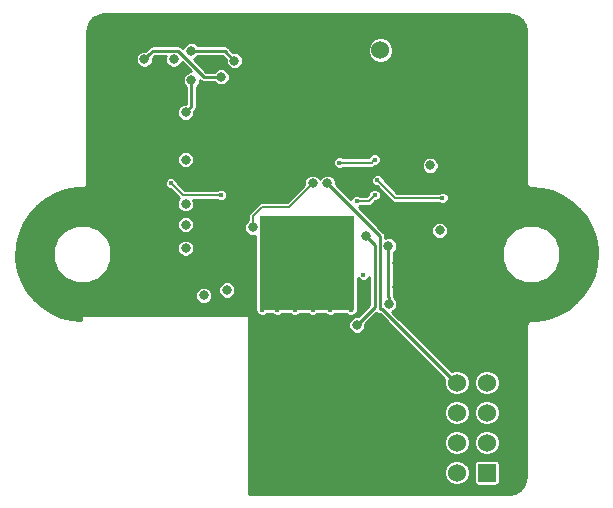
<source format=gbl>
G04 #@! TF.GenerationSoftware,KiCad,Pcbnew,(5.0.0)*
G04 #@! TF.CreationDate,2019-01-15T20:44:40+01:00*
G04 #@! TF.ProjectId,nrf24l01-node,6E726632346C30312D6E6F64652E6B69,rev?*
G04 #@! TF.SameCoordinates,Original*
G04 #@! TF.FileFunction,Copper,L2,Bot,Signal*
G04 #@! TF.FilePolarity,Positive*
%FSLAX46Y46*%
G04 Gerber Fmt 4.6, Leading zero omitted, Abs format (unit mm)*
G04 Created by KiCad (PCBNEW (5.0.0)) date 01/15/19 20:44:40*
%MOMM*%
%LPD*%
G01*
G04 APERTURE LIST*
G04 #@! TA.AperFunction,SMDPad,CuDef*
%ADD10R,5.500000X6.000000*%
G04 #@! TD*
G04 #@! TA.AperFunction,SMDPad,CuDef*
%ADD11R,8.000000X8.000000*%
G04 #@! TD*
G04 #@! TA.AperFunction,ComponentPad*
%ADD12C,1.524000*%
G04 #@! TD*
G04 #@! TA.AperFunction,ComponentPad*
%ADD13R,1.524000X1.524000*%
G04 #@! TD*
G04 #@! TA.AperFunction,ViaPad*
%ADD14C,0.800000*%
G04 #@! TD*
G04 #@! TA.AperFunction,ViaPad*
%ADD15C,0.400000*%
G04 #@! TD*
G04 #@! TA.AperFunction,Conductor*
%ADD16C,0.250000*%
G04 #@! TD*
G04 #@! TA.AperFunction,Conductor*
%ADD17C,0.200000*%
G04 #@! TD*
G04 #@! TA.AperFunction,Conductor*
%ADD18C,0.254000*%
G04 #@! TD*
G04 APERTURE END LIST*
D10*
G04 #@! TO.P,BT1,1*
G04 #@! TO.N,VCC*
X74750000Y-163550000D03*
X74750000Y-132950000D03*
D11*
G04 #@! TO.P,BT1,2*
G04 #@! TO.N,GND*
X74750000Y-148250000D03*
G04 #@! TD*
D12*
G04 #@! TO.P,C1,1*
G04 #@! TO.N,VCC*
X90000000Y-130250000D03*
G04 #@! TO.P,C1,2*
G04 #@! TO.N,GND*
X81000000Y-130250000D03*
G04 #@! TD*
D13*
G04 #@! TO.P,U1,1*
G04 #@! TO.N,GND*
X90000000Y-166000000D03*
D12*
G04 #@! TO.P,U1,2*
G04 #@! TO.N,/NRF_VCC*
X87460000Y-166000000D03*
G04 #@! TO.P,U1,3*
G04 #@! TO.N,/NRF_CE*
X90000000Y-163460000D03*
G04 #@! TO.P,U1,4*
G04 #@! TO.N,/NRF_CS*
X87460000Y-163460000D03*
G04 #@! TO.P,U1,5*
G04 #@! TO.N,/BME280_SCK*
X90000000Y-160920000D03*
G04 #@! TO.P,U1,6*
G04 #@! TO.N,/BME280_SDI*
X87460000Y-160920000D03*
G04 #@! TO.P,U1,7*
G04 #@! TO.N,/BME280_SDO*
X90000000Y-158380000D03*
G04 #@! TO.P,U1,8*
G04 #@! TO.N,/NRF_IRQ*
X87460000Y-158380000D03*
G04 #@! TD*
D14*
G04 #@! TO.N,GND*
X68000000Y-150537500D03*
G04 #@! TO.N,VCC*
X62000000Y-139250000D03*
X68000000Y-149000000D03*
X66000000Y-149000000D03*
D15*
G04 #@! TO.N,GND*
X75250000Y-145750000D03*
X76750000Y-146500000D03*
X78500000Y-146500000D03*
X73500000Y-149750000D03*
X72500000Y-149000000D03*
X72500000Y-150750000D03*
X74250000Y-150750000D03*
X75750000Y-150750000D03*
X75250000Y-149500000D03*
X74250000Y-148500000D03*
X73250000Y-147500000D03*
X72250000Y-146750000D03*
X71000000Y-149000000D03*
X71000000Y-148000000D03*
X71000000Y-146750000D03*
X71000000Y-145750000D03*
X71000000Y-144750000D03*
X75250000Y-144750000D03*
X77000000Y-144750000D03*
X78500000Y-144750000D03*
D14*
G04 #@! TO.N,VCC*
X88750000Y-144037500D03*
G04 #@! TO.N,GND*
X77250000Y-150250000D03*
X64500000Y-147000000D03*
X86000000Y-145500000D03*
G04 #@! TO.N,VCC*
X56750000Y-139250000D03*
X56750000Y-137250000D03*
X56750000Y-135250000D03*
G04 #@! TO.N,GND*
X64500000Y-145000000D03*
X64500000Y-143250000D03*
X64500000Y-139500000D03*
X64500000Y-135500000D03*
G04 #@! TO.N,VCC*
X60000000Y-132750000D03*
G04 #@! TO.N,GND*
X65000000Y-132750000D03*
G04 #@! TO.N,VCC*
X64500000Y-141500000D03*
X83962500Y-136000000D03*
X72500000Y-130037500D03*
X82394644Y-148250000D03*
X82394644Y-150250000D03*
X66037500Y-147000000D03*
X86787500Y-140000000D03*
X91750000Y-136037500D03*
X73750000Y-141750000D03*
G04 #@! TO.N,GND*
X85212500Y-140000000D03*
D15*
X79555026Y-149250000D03*
X71733839Y-144766161D03*
X78500000Y-150500000D03*
X78500000Y-151250000D03*
X78500000Y-152250000D03*
X76750000Y-152250000D03*
X72250000Y-152250000D03*
X73750000Y-152250000D03*
X71000000Y-152250000D03*
X75250000Y-152250000D03*
X71000000Y-151000000D03*
X71000000Y-150000000D03*
D14*
X66037500Y-151000000D03*
G04 #@! TO.N,/BME280_SDO*
X81675021Y-146796315D03*
X81682630Y-151713879D03*
G04 #@! TO.N,/NRF_IRQ*
X76500000Y-141500000D03*
D15*
G04 #@! TO.N,/SIG_WAKE*
X80500000Y-142500000D03*
X79000000Y-143000000D03*
G04 #@! TO.N,/SIG_DONE*
X77500000Y-139750000D03*
X80500000Y-139500000D03*
D14*
G04 #@! TO.N,/BME280_SS*
X79000000Y-153500000D03*
X79750000Y-146000000D03*
G04 #@! TO.N,/SWDIO*
X67500000Y-132500000D03*
X61000000Y-131000000D03*
D15*
G04 #@! TO.N,/NRF_VCC_EN*
X80750000Y-141250000D03*
X86250000Y-142750000D03*
D14*
G04 #@! TO.N,/NRF_CS*
X70185010Y-145250000D03*
X75250000Y-141500000D03*
G04 #@! TO.N,/MCU_RESET*
X68637660Y-131112340D03*
X65000000Y-130274990D03*
X63500000Y-131000000D03*
D15*
G04 #@! TO.N,/VBAT_ADC*
X63250000Y-141500000D03*
X67499974Y-142500000D03*
G04 #@! TD*
D16*
G04 #@! TO.N,VCC*
X71287500Y-141750000D02*
X66037500Y-147000000D01*
X73750000Y-141750000D02*
X71287500Y-141750000D01*
G04 #@! TO.N,GND*
X65000000Y-135000000D02*
X64500000Y-135500000D01*
X65000000Y-132750000D02*
X65000000Y-135000000D01*
G04 #@! TO.N,/BME280_SDO*
X81661907Y-151127471D02*
X81682630Y-151148194D01*
X81661907Y-147375114D02*
X81661907Y-151127471D01*
X81682630Y-151148194D02*
X81682630Y-151713879D01*
X81675021Y-147362000D02*
X81661907Y-147375114D01*
X81675021Y-146796315D02*
X81675021Y-147362000D01*
G04 #@! TO.N,/NRF_IRQ*
X81157674Y-152157674D02*
X87500000Y-158500000D01*
X80960000Y-152157674D02*
X81157674Y-152157674D01*
X76500000Y-141500000D02*
X80950011Y-145950011D01*
X80950011Y-145950011D02*
X80950011Y-152147685D01*
X80950011Y-152147685D02*
X80960000Y-152157674D01*
D17*
G04 #@! TO.N,/SIG_WAKE*
X80000000Y-143000000D02*
X80500000Y-142500000D01*
X79000000Y-143000000D02*
X80000000Y-143000000D01*
G04 #@! TO.N,/SIG_DONE*
X80300001Y-139699999D02*
X80500000Y-139500000D01*
X80250000Y-139750000D02*
X80300001Y-139699999D01*
X77500000Y-139750000D02*
X80250000Y-139750000D01*
D16*
G04 #@! TO.N,/BME280_SS*
X80500000Y-146750000D02*
X79750000Y-146000000D01*
X80500000Y-152000000D02*
X80500000Y-146750000D01*
X79000000Y-153500000D02*
X80500000Y-152000000D01*
G04 #@! TO.N,/SWDIO*
X61725002Y-130274998D02*
X61399999Y-130600001D01*
X63848002Y-130274998D02*
X61725002Y-130274998D01*
X61399999Y-130600001D02*
X61000000Y-131000000D01*
X66073004Y-132500000D02*
X63848002Y-130274998D01*
X67500000Y-132500000D02*
X66073004Y-132500000D01*
D17*
G04 #@! TO.N,/NRF_VCC_EN*
X82250000Y-142750000D02*
X85967158Y-142750000D01*
X85967158Y-142750000D02*
X86250000Y-142750000D01*
X80750000Y-141250000D02*
X82250000Y-142750000D01*
G04 #@! TO.N,/NRF_CS*
X70185010Y-144684315D02*
X70185010Y-145250000D01*
X70185010Y-144314990D02*
X70185010Y-144684315D01*
X71000000Y-143500000D02*
X70185010Y-144314990D01*
X75250000Y-141500000D02*
X73250000Y-143500000D01*
X73250000Y-143500000D02*
X71000000Y-143500000D01*
D16*
G04 #@! TO.N,/MCU_RESET*
X67800310Y-130274990D02*
X65565685Y-130274990D01*
X65565685Y-130274990D02*
X65000000Y-130274990D01*
X68637660Y-131112340D02*
X67800310Y-130274990D01*
D17*
G04 #@! TO.N,/VBAT_ADC*
X67217132Y-142500000D02*
X67499974Y-142500000D01*
X63250000Y-141500000D02*
X64250000Y-142500000D01*
X64250000Y-142500000D02*
X67217132Y-142500000D01*
G04 #@! TD*
D18*
G04 #@! TO.N,VCC*
G36*
X92197354Y-127220167D02*
X92608746Y-127407217D01*
X92951105Y-127702212D01*
X93196906Y-128081437D01*
X93330373Y-128527721D01*
X93348001Y-128764935D01*
X93348000Y-141539589D01*
X93371325Y-141656851D01*
X93460175Y-141789825D01*
X93593148Y-141878675D01*
X93750000Y-141909875D01*
X93773188Y-141905263D01*
X94664074Y-141978507D01*
X95553609Y-142201942D01*
X96394699Y-142567658D01*
X97164763Y-143065835D01*
X97843127Y-143683100D01*
X98411561Y-144402862D01*
X98854812Y-145205807D01*
X99160966Y-146070362D01*
X99323042Y-146980251D01*
X99347222Y-147492974D01*
X99271493Y-148414079D01*
X99048058Y-149303609D01*
X98682342Y-150144699D01*
X98184165Y-150914763D01*
X97566900Y-151593127D01*
X96847134Y-152161564D01*
X96044190Y-152604812D01*
X95179637Y-152910966D01*
X94269749Y-153073042D01*
X93780186Y-153096129D01*
X93750000Y-153090125D01*
X93593149Y-153121325D01*
X93460176Y-153210175D01*
X93371326Y-153343148D01*
X93348001Y-153460410D01*
X93348000Y-166221361D01*
X93279833Y-166697354D01*
X93092784Y-167108745D01*
X92797788Y-167451105D01*
X92418564Y-167696906D01*
X91972279Y-167830373D01*
X91735079Y-167848000D01*
X69877000Y-167848000D01*
X69877000Y-165783384D01*
X86371000Y-165783384D01*
X86371000Y-166216616D01*
X86536790Y-166616869D01*
X86843131Y-166923210D01*
X87243384Y-167089000D01*
X87676616Y-167089000D01*
X88076869Y-166923210D01*
X88383210Y-166616869D01*
X88549000Y-166216616D01*
X88549000Y-165783384D01*
X88383210Y-165383131D01*
X88238079Y-165238000D01*
X88904594Y-165238000D01*
X88904594Y-166762000D01*
X88929973Y-166889589D01*
X89002246Y-166997754D01*
X89110411Y-167070027D01*
X89238000Y-167095406D01*
X90762000Y-167095406D01*
X90889589Y-167070027D01*
X90997754Y-166997754D01*
X91070027Y-166889589D01*
X91095406Y-166762000D01*
X91095406Y-165238000D01*
X91070027Y-165110411D01*
X90997754Y-165002246D01*
X90889589Y-164929973D01*
X90762000Y-164904594D01*
X89238000Y-164904594D01*
X89110411Y-164929973D01*
X89002246Y-165002246D01*
X88929973Y-165110411D01*
X88904594Y-165238000D01*
X88238079Y-165238000D01*
X88076869Y-165076790D01*
X87676616Y-164911000D01*
X87243384Y-164911000D01*
X86843131Y-165076790D01*
X86536790Y-165383131D01*
X86371000Y-165783384D01*
X69877000Y-165783384D01*
X69877000Y-163243384D01*
X86371000Y-163243384D01*
X86371000Y-163676616D01*
X86536790Y-164076869D01*
X86843131Y-164383210D01*
X87243384Y-164549000D01*
X87676616Y-164549000D01*
X88076869Y-164383210D01*
X88383210Y-164076869D01*
X88549000Y-163676616D01*
X88549000Y-163243384D01*
X88911000Y-163243384D01*
X88911000Y-163676616D01*
X89076790Y-164076869D01*
X89383131Y-164383210D01*
X89783384Y-164549000D01*
X90216616Y-164549000D01*
X90616869Y-164383210D01*
X90923210Y-164076869D01*
X91089000Y-163676616D01*
X91089000Y-163243384D01*
X90923210Y-162843131D01*
X90616869Y-162536790D01*
X90216616Y-162371000D01*
X89783384Y-162371000D01*
X89383131Y-162536790D01*
X89076790Y-162843131D01*
X88911000Y-163243384D01*
X88549000Y-163243384D01*
X88383210Y-162843131D01*
X88076869Y-162536790D01*
X87676616Y-162371000D01*
X87243384Y-162371000D01*
X86843131Y-162536790D01*
X86536790Y-162843131D01*
X86371000Y-163243384D01*
X69877000Y-163243384D01*
X69877000Y-160703384D01*
X86371000Y-160703384D01*
X86371000Y-161136616D01*
X86536790Y-161536869D01*
X86843131Y-161843210D01*
X87243384Y-162009000D01*
X87676616Y-162009000D01*
X88076869Y-161843210D01*
X88383210Y-161536869D01*
X88549000Y-161136616D01*
X88549000Y-160703384D01*
X88911000Y-160703384D01*
X88911000Y-161136616D01*
X89076790Y-161536869D01*
X89383131Y-161843210D01*
X89783384Y-162009000D01*
X90216616Y-162009000D01*
X90616869Y-161843210D01*
X90923210Y-161536869D01*
X91089000Y-161136616D01*
X91089000Y-160703384D01*
X90923210Y-160303131D01*
X90616869Y-159996790D01*
X90216616Y-159831000D01*
X89783384Y-159831000D01*
X89383131Y-159996790D01*
X89076790Y-160303131D01*
X88911000Y-160703384D01*
X88549000Y-160703384D01*
X88383210Y-160303131D01*
X88076869Y-159996790D01*
X87676616Y-159831000D01*
X87243384Y-159831000D01*
X86843131Y-159996790D01*
X86536790Y-160303131D01*
X86371000Y-160703384D01*
X69877000Y-160703384D01*
X69877000Y-152750000D01*
X69867333Y-152701399D01*
X69839803Y-152660197D01*
X69798601Y-152632667D01*
X69750000Y-152623000D01*
X55750000Y-152623000D01*
X55701399Y-152632667D01*
X55660197Y-152660197D01*
X55632667Y-152701399D01*
X55623000Y-152750000D01*
X55623000Y-153086203D01*
X54835921Y-153021493D01*
X53946391Y-152798058D01*
X53105301Y-152432342D01*
X52335237Y-151934165D01*
X51656873Y-151316900D01*
X51292396Y-150855391D01*
X65310500Y-150855391D01*
X65310500Y-151144609D01*
X65421179Y-151411813D01*
X65625687Y-151616321D01*
X65892891Y-151727000D01*
X66182109Y-151727000D01*
X66449313Y-151616321D01*
X66653821Y-151411813D01*
X66764500Y-151144609D01*
X66764500Y-150855391D01*
X66653821Y-150588187D01*
X66458525Y-150392891D01*
X67273000Y-150392891D01*
X67273000Y-150682109D01*
X67383679Y-150949313D01*
X67588187Y-151153821D01*
X67855391Y-151264500D01*
X68144609Y-151264500D01*
X68411813Y-151153821D01*
X68616321Y-150949313D01*
X68727000Y-150682109D01*
X68727000Y-150392891D01*
X68616321Y-150125687D01*
X68411813Y-149921179D01*
X68144609Y-149810500D01*
X67855391Y-149810500D01*
X67588187Y-149921179D01*
X67383679Y-150125687D01*
X67273000Y-150392891D01*
X66458525Y-150392891D01*
X66449313Y-150383679D01*
X66182109Y-150273000D01*
X65892891Y-150273000D01*
X65625687Y-150383679D01*
X65421179Y-150588187D01*
X65310500Y-150855391D01*
X51292396Y-150855391D01*
X51088436Y-150597134D01*
X50645188Y-149794190D01*
X50339034Y-148929637D01*
X50176958Y-148019749D01*
X50152778Y-147507027D01*
X50193863Y-147007294D01*
X53273000Y-147007294D01*
X53273000Y-147992706D01*
X53650101Y-148903108D01*
X54346892Y-149599899D01*
X55257294Y-149977000D01*
X56242706Y-149977000D01*
X57153108Y-149599899D01*
X57849899Y-148903108D01*
X58227000Y-147992706D01*
X58227000Y-147007294D01*
X58164080Y-146855391D01*
X63773000Y-146855391D01*
X63773000Y-147144609D01*
X63883679Y-147411813D01*
X64088187Y-147616321D01*
X64355391Y-147727000D01*
X64644609Y-147727000D01*
X64911813Y-147616321D01*
X65116321Y-147411813D01*
X65227000Y-147144609D01*
X65227000Y-146855391D01*
X65116321Y-146588187D01*
X64911813Y-146383679D01*
X64644609Y-146273000D01*
X64355391Y-146273000D01*
X64088187Y-146383679D01*
X63883679Y-146588187D01*
X63773000Y-146855391D01*
X58164080Y-146855391D01*
X57849899Y-146096892D01*
X57153108Y-145400101D01*
X56242706Y-145023000D01*
X55257294Y-145023000D01*
X54346892Y-145400101D01*
X53650101Y-146096892D01*
X53273000Y-147007294D01*
X50193863Y-147007294D01*
X50228507Y-146585926D01*
X50451942Y-145696391D01*
X50817618Y-144855391D01*
X63773000Y-144855391D01*
X63773000Y-145144609D01*
X63883679Y-145411813D01*
X64088187Y-145616321D01*
X64355391Y-145727000D01*
X64644609Y-145727000D01*
X64911813Y-145616321D01*
X65116321Y-145411813D01*
X65227000Y-145144609D01*
X65227000Y-145105391D01*
X69458010Y-145105391D01*
X69458010Y-145394609D01*
X69568689Y-145661813D01*
X69773197Y-145866321D01*
X70040401Y-145977000D01*
X70329619Y-145977000D01*
X70416594Y-145940974D01*
X70416594Y-152250000D01*
X70441973Y-152377589D01*
X70514246Y-152485754D01*
X70532201Y-152497751D01*
X70553231Y-152548522D01*
X70701478Y-152696769D01*
X70895173Y-152777000D01*
X71104827Y-152777000D01*
X71298522Y-152696769D01*
X71411885Y-152583406D01*
X71838115Y-152583406D01*
X71951478Y-152696769D01*
X72145173Y-152777000D01*
X72354827Y-152777000D01*
X72548522Y-152696769D01*
X72661885Y-152583406D01*
X73338115Y-152583406D01*
X73451478Y-152696769D01*
X73645173Y-152777000D01*
X73854827Y-152777000D01*
X74048522Y-152696769D01*
X74161885Y-152583406D01*
X74838115Y-152583406D01*
X74951478Y-152696769D01*
X75145173Y-152777000D01*
X75354827Y-152777000D01*
X75548522Y-152696769D01*
X75661885Y-152583406D01*
X76338115Y-152583406D01*
X76451478Y-152696769D01*
X76645173Y-152777000D01*
X76854827Y-152777000D01*
X77048522Y-152696769D01*
X77161885Y-152583406D01*
X78088115Y-152583406D01*
X78201478Y-152696769D01*
X78395173Y-152777000D01*
X78604827Y-152777000D01*
X78798522Y-152696769D01*
X78946769Y-152548522D01*
X78967799Y-152497751D01*
X78985754Y-152485754D01*
X79058027Y-152377589D01*
X79083406Y-152250000D01*
X79083406Y-149488526D01*
X79108257Y-149548522D01*
X79256504Y-149696769D01*
X79450199Y-149777000D01*
X79659853Y-149777000D01*
X79853548Y-149696769D01*
X80001795Y-149548522D01*
X80048000Y-149436972D01*
X80048000Y-151812775D01*
X79087776Y-152773000D01*
X78855391Y-152773000D01*
X78588187Y-152883679D01*
X78383679Y-153088187D01*
X78273000Y-153355391D01*
X78273000Y-153644609D01*
X78383679Y-153911813D01*
X78588187Y-154116321D01*
X78855391Y-154227000D01*
X79144609Y-154227000D01*
X79411813Y-154116321D01*
X79616321Y-153911813D01*
X79727000Y-153644609D01*
X79727000Y-153412224D01*
X80647045Y-152492180D01*
X80783638Y-152583449D01*
X80915482Y-152609674D01*
X80960000Y-152618529D01*
X80976102Y-152615326D01*
X86415859Y-158055083D01*
X86371000Y-158163384D01*
X86371000Y-158596616D01*
X86536790Y-158996869D01*
X86843131Y-159303210D01*
X87243384Y-159469000D01*
X87676616Y-159469000D01*
X88076869Y-159303210D01*
X88383210Y-158996869D01*
X88549000Y-158596616D01*
X88549000Y-158163384D01*
X88911000Y-158163384D01*
X88911000Y-158596616D01*
X89076790Y-158996869D01*
X89383131Y-159303210D01*
X89783384Y-159469000D01*
X90216616Y-159469000D01*
X90616869Y-159303210D01*
X90923210Y-158996869D01*
X91089000Y-158596616D01*
X91089000Y-158163384D01*
X90923210Y-157763131D01*
X90616869Y-157456790D01*
X90216616Y-157291000D01*
X89783384Y-157291000D01*
X89383131Y-157456790D01*
X89076790Y-157763131D01*
X88911000Y-158163384D01*
X88549000Y-158163384D01*
X88383210Y-157763131D01*
X88076869Y-157456790D01*
X87676616Y-157291000D01*
X87243384Y-157291000D01*
X87021946Y-157382722D01*
X82006041Y-152366817D01*
X82094443Y-152330200D01*
X82298951Y-152125692D01*
X82409630Y-151858488D01*
X82409630Y-151569270D01*
X82298951Y-151302066D01*
X82143089Y-151146204D01*
X82119378Y-151027000D01*
X82113907Y-150999493D01*
X82113907Y-147472448D01*
X82127021Y-147406518D01*
X82135480Y-147363990D01*
X82291342Y-147208128D01*
X82374529Y-147007294D01*
X91273000Y-147007294D01*
X91273000Y-147992706D01*
X91650101Y-148903108D01*
X92346892Y-149599899D01*
X93257294Y-149977000D01*
X94242706Y-149977000D01*
X95153108Y-149599899D01*
X95849899Y-148903108D01*
X96227000Y-147992706D01*
X96227000Y-147007294D01*
X95849899Y-146096892D01*
X95153108Y-145400101D01*
X94242706Y-145023000D01*
X93257294Y-145023000D01*
X92346892Y-145400101D01*
X91650101Y-146096892D01*
X91273000Y-147007294D01*
X82374529Y-147007294D01*
X82402021Y-146940924D01*
X82402021Y-146651706D01*
X82291342Y-146384502D01*
X82086834Y-146179994D01*
X81819630Y-146069315D01*
X81530412Y-146069315D01*
X81402011Y-146122500D01*
X81402011Y-145994529D01*
X81410866Y-145950011D01*
X81389808Y-145844141D01*
X81375786Y-145773649D01*
X81275885Y-145624137D01*
X81238145Y-145598920D01*
X80994616Y-145355391D01*
X85273000Y-145355391D01*
X85273000Y-145644609D01*
X85383679Y-145911813D01*
X85588187Y-146116321D01*
X85855391Y-146227000D01*
X86144609Y-146227000D01*
X86411813Y-146116321D01*
X86616321Y-145911813D01*
X86727000Y-145644609D01*
X86727000Y-145355391D01*
X86616321Y-145088187D01*
X86411813Y-144883679D01*
X86144609Y-144773000D01*
X85855391Y-144773000D01*
X85588187Y-144883679D01*
X85383679Y-145088187D01*
X85273000Y-145355391D01*
X80994616Y-145355391D01*
X79148242Y-143509017D01*
X79298522Y-143446769D01*
X79318291Y-143427000D01*
X79957947Y-143427000D01*
X80000000Y-143435365D01*
X80042053Y-143427000D01*
X80042054Y-143427000D01*
X80166607Y-143402225D01*
X80307850Y-143307850D01*
X80331675Y-143272193D01*
X80576869Y-143027000D01*
X80604827Y-143027000D01*
X80798522Y-142946769D01*
X80946769Y-142798522D01*
X81027000Y-142604827D01*
X81027000Y-142395173D01*
X80946769Y-142201478D01*
X80798522Y-142053231D01*
X80604827Y-141973000D01*
X80395173Y-141973000D01*
X80201478Y-142053231D01*
X80053231Y-142201478D01*
X79973000Y-142395173D01*
X79973000Y-142423131D01*
X79823132Y-142573000D01*
X79318291Y-142573000D01*
X79298522Y-142553231D01*
X79104827Y-142473000D01*
X78895173Y-142473000D01*
X78701478Y-142553231D01*
X78553231Y-142701478D01*
X78490983Y-142851758D01*
X77227000Y-141587776D01*
X77227000Y-141355391D01*
X77139926Y-141145173D01*
X80223000Y-141145173D01*
X80223000Y-141354827D01*
X80303231Y-141548522D01*
X80451478Y-141696769D01*
X80645173Y-141777000D01*
X80673132Y-141777000D01*
X81918329Y-143022198D01*
X81942150Y-143057850D01*
X82083393Y-143152225D01*
X82207946Y-143177000D01*
X82249999Y-143185365D01*
X82292052Y-143177000D01*
X85931709Y-143177000D01*
X85951478Y-143196769D01*
X86145173Y-143277000D01*
X86354827Y-143277000D01*
X86548522Y-143196769D01*
X86696769Y-143048522D01*
X86777000Y-142854827D01*
X86777000Y-142645173D01*
X86696769Y-142451478D01*
X86548522Y-142303231D01*
X86354827Y-142223000D01*
X86145173Y-142223000D01*
X85951478Y-142303231D01*
X85931709Y-142323000D01*
X82426870Y-142323000D01*
X81277000Y-141173132D01*
X81277000Y-141145173D01*
X81196769Y-140951478D01*
X81048522Y-140803231D01*
X80854827Y-140723000D01*
X80645173Y-140723000D01*
X80451478Y-140803231D01*
X80303231Y-140951478D01*
X80223000Y-141145173D01*
X77139926Y-141145173D01*
X77116321Y-141088187D01*
X76911813Y-140883679D01*
X76644609Y-140773000D01*
X76355391Y-140773000D01*
X76088187Y-140883679D01*
X75883679Y-141088187D01*
X75875000Y-141109140D01*
X75866321Y-141088187D01*
X75661813Y-140883679D01*
X75394609Y-140773000D01*
X75105391Y-140773000D01*
X74838187Y-140883679D01*
X74633679Y-141088187D01*
X74523000Y-141355391D01*
X74523000Y-141623130D01*
X73073132Y-143073000D01*
X71042054Y-143073000D01*
X71000000Y-143064635D01*
X70833392Y-143097775D01*
X70804056Y-143117377D01*
X70692150Y-143192150D01*
X70668328Y-143227803D01*
X69912817Y-143983315D01*
X69877160Y-144007140D01*
X69782785Y-144148384D01*
X69762543Y-144250149D01*
X69749645Y-144314990D01*
X69758010Y-144357043D01*
X69758010Y-144648866D01*
X69568689Y-144838187D01*
X69458010Y-145105391D01*
X65227000Y-145105391D01*
X65227000Y-144855391D01*
X65116321Y-144588187D01*
X64911813Y-144383679D01*
X64644609Y-144273000D01*
X64355391Y-144273000D01*
X64088187Y-144383679D01*
X63883679Y-144588187D01*
X63773000Y-144855391D01*
X50817618Y-144855391D01*
X50817658Y-144855301D01*
X51315835Y-144085237D01*
X51933100Y-143406873D01*
X52652862Y-142838439D01*
X53455807Y-142395188D01*
X54320362Y-142089034D01*
X55230251Y-141926958D01*
X55719814Y-141903871D01*
X55750000Y-141909875D01*
X55906851Y-141878675D01*
X56039825Y-141789825D01*
X56128675Y-141656852D01*
X56152000Y-141539590D01*
X56152000Y-141395173D01*
X62723000Y-141395173D01*
X62723000Y-141604827D01*
X62803231Y-141798522D01*
X62951478Y-141946769D01*
X63145173Y-142027000D01*
X63173132Y-142027000D01*
X63918327Y-142772196D01*
X63930881Y-142790985D01*
X63883679Y-142838187D01*
X63773000Y-143105391D01*
X63773000Y-143394609D01*
X63883679Y-143661813D01*
X64088187Y-143866321D01*
X64355391Y-143977000D01*
X64644609Y-143977000D01*
X64911813Y-143866321D01*
X65116321Y-143661813D01*
X65227000Y-143394609D01*
X65227000Y-143105391D01*
X65153108Y-142927000D01*
X67181683Y-142927000D01*
X67201452Y-142946769D01*
X67395147Y-143027000D01*
X67604801Y-143027000D01*
X67798496Y-142946769D01*
X67946743Y-142798522D01*
X68026974Y-142604827D01*
X68026974Y-142395173D01*
X67946743Y-142201478D01*
X67798496Y-142053231D01*
X67604801Y-141973000D01*
X67395147Y-141973000D01*
X67201452Y-142053231D01*
X67181683Y-142073000D01*
X64426869Y-142073000D01*
X63777000Y-141423132D01*
X63777000Y-141395173D01*
X63696769Y-141201478D01*
X63548522Y-141053231D01*
X63354827Y-140973000D01*
X63145173Y-140973000D01*
X62951478Y-141053231D01*
X62803231Y-141201478D01*
X62723000Y-141395173D01*
X56152000Y-141395173D01*
X56152000Y-139355391D01*
X63773000Y-139355391D01*
X63773000Y-139644609D01*
X63883679Y-139911813D01*
X64088187Y-140116321D01*
X64355391Y-140227000D01*
X64644609Y-140227000D01*
X64911813Y-140116321D01*
X65116321Y-139911813D01*
X65226766Y-139645173D01*
X76973000Y-139645173D01*
X76973000Y-139854827D01*
X77053231Y-140048522D01*
X77201478Y-140196769D01*
X77395173Y-140277000D01*
X77604827Y-140277000D01*
X77798522Y-140196769D01*
X77818291Y-140177000D01*
X80207947Y-140177000D01*
X80250000Y-140185365D01*
X80292053Y-140177000D01*
X80292054Y-140177000D01*
X80416607Y-140152225D01*
X80557850Y-140057850D01*
X80578463Y-140027000D01*
X80604827Y-140027000D01*
X80798522Y-139946769D01*
X80889900Y-139855391D01*
X84485500Y-139855391D01*
X84485500Y-140144609D01*
X84596179Y-140411813D01*
X84800687Y-140616321D01*
X85067891Y-140727000D01*
X85357109Y-140727000D01*
X85624313Y-140616321D01*
X85828821Y-140411813D01*
X85939500Y-140144609D01*
X85939500Y-139855391D01*
X85828821Y-139588187D01*
X85624313Y-139383679D01*
X85357109Y-139273000D01*
X85067891Y-139273000D01*
X84800687Y-139383679D01*
X84596179Y-139588187D01*
X84485500Y-139855391D01*
X80889900Y-139855391D01*
X80946769Y-139798522D01*
X81027000Y-139604827D01*
X81027000Y-139395173D01*
X80946769Y-139201478D01*
X80798522Y-139053231D01*
X80604827Y-138973000D01*
X80395173Y-138973000D01*
X80201478Y-139053231D01*
X80053231Y-139201478D01*
X80002895Y-139323000D01*
X77818291Y-139323000D01*
X77798522Y-139303231D01*
X77604827Y-139223000D01*
X77395173Y-139223000D01*
X77201478Y-139303231D01*
X77053231Y-139451478D01*
X76973000Y-139645173D01*
X65226766Y-139645173D01*
X65227000Y-139644609D01*
X65227000Y-139355391D01*
X65116321Y-139088187D01*
X64911813Y-138883679D01*
X64644609Y-138773000D01*
X64355391Y-138773000D01*
X64088187Y-138883679D01*
X63883679Y-139088187D01*
X63773000Y-139355391D01*
X56152000Y-139355391D01*
X56152000Y-130855391D01*
X60273000Y-130855391D01*
X60273000Y-131144609D01*
X60383679Y-131411813D01*
X60588187Y-131616321D01*
X60855391Y-131727000D01*
X61144609Y-131727000D01*
X61411813Y-131616321D01*
X61616321Y-131411813D01*
X61727000Y-131144609D01*
X61727000Y-130912225D01*
X61751090Y-130888135D01*
X61751092Y-130888132D01*
X61912227Y-130726998D01*
X62826182Y-130726998D01*
X62773000Y-130855391D01*
X62773000Y-131144609D01*
X62883679Y-131411813D01*
X63088187Y-131616321D01*
X63355391Y-131727000D01*
X63644609Y-131727000D01*
X63911813Y-131616321D01*
X64116321Y-131411813D01*
X64183473Y-131249693D01*
X64956779Y-132023000D01*
X64855391Y-132023000D01*
X64588187Y-132133679D01*
X64383679Y-132338187D01*
X64273000Y-132605391D01*
X64273000Y-132894609D01*
X64383679Y-133161813D01*
X64548000Y-133326134D01*
X64548001Y-134773000D01*
X64355391Y-134773000D01*
X64088187Y-134883679D01*
X63883679Y-135088187D01*
X63773000Y-135355391D01*
X63773000Y-135644609D01*
X63883679Y-135911813D01*
X64088187Y-136116321D01*
X64355391Y-136227000D01*
X64644609Y-136227000D01*
X64911813Y-136116321D01*
X65116321Y-135911813D01*
X65227000Y-135644609D01*
X65227000Y-135412225D01*
X65288133Y-135351092D01*
X65325874Y-135325874D01*
X65425775Y-135176362D01*
X65452000Y-135044518D01*
X65460855Y-135000000D01*
X65452000Y-134955482D01*
X65452000Y-133326134D01*
X65616321Y-133161813D01*
X65727000Y-132894609D01*
X65727000Y-132795747D01*
X65747130Y-132825874D01*
X65784870Y-132851091D01*
X65896642Y-132925775D01*
X66073003Y-132960855D01*
X66117521Y-132952000D01*
X66923866Y-132952000D01*
X67088187Y-133116321D01*
X67355391Y-133227000D01*
X67644609Y-133227000D01*
X67911813Y-133116321D01*
X68116321Y-132911813D01*
X68227000Y-132644609D01*
X68227000Y-132355391D01*
X68116321Y-132088187D01*
X67911813Y-131883679D01*
X67644609Y-131773000D01*
X67355391Y-131773000D01*
X67088187Y-131883679D01*
X66923866Y-132048000D01*
X66260229Y-132048000D01*
X65193830Y-130981602D01*
X65411813Y-130891311D01*
X65576134Y-130726990D01*
X67613086Y-130726990D01*
X67910660Y-131024565D01*
X67910660Y-131256949D01*
X68021339Y-131524153D01*
X68225847Y-131728661D01*
X68493051Y-131839340D01*
X68782269Y-131839340D01*
X69049473Y-131728661D01*
X69253981Y-131524153D01*
X69364660Y-131256949D01*
X69364660Y-130967731D01*
X69253981Y-130700527D01*
X69049473Y-130496019D01*
X68782269Y-130385340D01*
X68549885Y-130385340D01*
X68197929Y-130033384D01*
X79911000Y-130033384D01*
X79911000Y-130466616D01*
X80076790Y-130866869D01*
X80383131Y-131173210D01*
X80783384Y-131339000D01*
X81216616Y-131339000D01*
X81616869Y-131173210D01*
X81923210Y-130866869D01*
X82089000Y-130466616D01*
X82089000Y-130033384D01*
X81923210Y-129633131D01*
X81616869Y-129326790D01*
X81216616Y-129161000D01*
X80783384Y-129161000D01*
X80383131Y-129326790D01*
X80076790Y-129633131D01*
X79911000Y-130033384D01*
X68197929Y-130033384D01*
X68151403Y-129986859D01*
X68126184Y-129949116D01*
X67976672Y-129849215D01*
X67844828Y-129822990D01*
X67800310Y-129814135D01*
X67755792Y-129822990D01*
X65576134Y-129822990D01*
X65411813Y-129658669D01*
X65144609Y-129547990D01*
X64855391Y-129547990D01*
X64588187Y-129658669D01*
X64383679Y-129863177D01*
X64293388Y-130081160D01*
X64199095Y-129986867D01*
X64173876Y-129949124D01*
X64024364Y-129849223D01*
X63892520Y-129822998D01*
X63848002Y-129814143D01*
X63803484Y-129822998D01*
X61769520Y-129822998D01*
X61725002Y-129814143D01*
X61680484Y-129822998D01*
X61548640Y-129849223D01*
X61399128Y-129949124D01*
X61373910Y-129986865D01*
X61111868Y-130248908D01*
X61111865Y-130248910D01*
X61087775Y-130273000D01*
X60855391Y-130273000D01*
X60588187Y-130383679D01*
X60383679Y-130588187D01*
X60273000Y-130855391D01*
X56152000Y-130855391D01*
X56152000Y-128778639D01*
X56220167Y-128302646D01*
X56407217Y-127891254D01*
X56702212Y-127548895D01*
X57081437Y-127303094D01*
X57527721Y-127169627D01*
X57764921Y-127152000D01*
X91721361Y-127152000D01*
X92197354Y-127220167D01*
X92197354Y-127220167D01*
G37*
X92197354Y-127220167D02*
X92608746Y-127407217D01*
X92951105Y-127702212D01*
X93196906Y-128081437D01*
X93330373Y-128527721D01*
X93348001Y-128764935D01*
X93348000Y-141539589D01*
X93371325Y-141656851D01*
X93460175Y-141789825D01*
X93593148Y-141878675D01*
X93750000Y-141909875D01*
X93773188Y-141905263D01*
X94664074Y-141978507D01*
X95553609Y-142201942D01*
X96394699Y-142567658D01*
X97164763Y-143065835D01*
X97843127Y-143683100D01*
X98411561Y-144402862D01*
X98854812Y-145205807D01*
X99160966Y-146070362D01*
X99323042Y-146980251D01*
X99347222Y-147492974D01*
X99271493Y-148414079D01*
X99048058Y-149303609D01*
X98682342Y-150144699D01*
X98184165Y-150914763D01*
X97566900Y-151593127D01*
X96847134Y-152161564D01*
X96044190Y-152604812D01*
X95179637Y-152910966D01*
X94269749Y-153073042D01*
X93780186Y-153096129D01*
X93750000Y-153090125D01*
X93593149Y-153121325D01*
X93460176Y-153210175D01*
X93371326Y-153343148D01*
X93348001Y-153460410D01*
X93348000Y-166221361D01*
X93279833Y-166697354D01*
X93092784Y-167108745D01*
X92797788Y-167451105D01*
X92418564Y-167696906D01*
X91972279Y-167830373D01*
X91735079Y-167848000D01*
X69877000Y-167848000D01*
X69877000Y-165783384D01*
X86371000Y-165783384D01*
X86371000Y-166216616D01*
X86536790Y-166616869D01*
X86843131Y-166923210D01*
X87243384Y-167089000D01*
X87676616Y-167089000D01*
X88076869Y-166923210D01*
X88383210Y-166616869D01*
X88549000Y-166216616D01*
X88549000Y-165783384D01*
X88383210Y-165383131D01*
X88238079Y-165238000D01*
X88904594Y-165238000D01*
X88904594Y-166762000D01*
X88929973Y-166889589D01*
X89002246Y-166997754D01*
X89110411Y-167070027D01*
X89238000Y-167095406D01*
X90762000Y-167095406D01*
X90889589Y-167070027D01*
X90997754Y-166997754D01*
X91070027Y-166889589D01*
X91095406Y-166762000D01*
X91095406Y-165238000D01*
X91070027Y-165110411D01*
X90997754Y-165002246D01*
X90889589Y-164929973D01*
X90762000Y-164904594D01*
X89238000Y-164904594D01*
X89110411Y-164929973D01*
X89002246Y-165002246D01*
X88929973Y-165110411D01*
X88904594Y-165238000D01*
X88238079Y-165238000D01*
X88076869Y-165076790D01*
X87676616Y-164911000D01*
X87243384Y-164911000D01*
X86843131Y-165076790D01*
X86536790Y-165383131D01*
X86371000Y-165783384D01*
X69877000Y-165783384D01*
X69877000Y-163243384D01*
X86371000Y-163243384D01*
X86371000Y-163676616D01*
X86536790Y-164076869D01*
X86843131Y-164383210D01*
X87243384Y-164549000D01*
X87676616Y-164549000D01*
X88076869Y-164383210D01*
X88383210Y-164076869D01*
X88549000Y-163676616D01*
X88549000Y-163243384D01*
X88911000Y-163243384D01*
X88911000Y-163676616D01*
X89076790Y-164076869D01*
X89383131Y-164383210D01*
X89783384Y-164549000D01*
X90216616Y-164549000D01*
X90616869Y-164383210D01*
X90923210Y-164076869D01*
X91089000Y-163676616D01*
X91089000Y-163243384D01*
X90923210Y-162843131D01*
X90616869Y-162536790D01*
X90216616Y-162371000D01*
X89783384Y-162371000D01*
X89383131Y-162536790D01*
X89076790Y-162843131D01*
X88911000Y-163243384D01*
X88549000Y-163243384D01*
X88383210Y-162843131D01*
X88076869Y-162536790D01*
X87676616Y-162371000D01*
X87243384Y-162371000D01*
X86843131Y-162536790D01*
X86536790Y-162843131D01*
X86371000Y-163243384D01*
X69877000Y-163243384D01*
X69877000Y-160703384D01*
X86371000Y-160703384D01*
X86371000Y-161136616D01*
X86536790Y-161536869D01*
X86843131Y-161843210D01*
X87243384Y-162009000D01*
X87676616Y-162009000D01*
X88076869Y-161843210D01*
X88383210Y-161536869D01*
X88549000Y-161136616D01*
X88549000Y-160703384D01*
X88911000Y-160703384D01*
X88911000Y-161136616D01*
X89076790Y-161536869D01*
X89383131Y-161843210D01*
X89783384Y-162009000D01*
X90216616Y-162009000D01*
X90616869Y-161843210D01*
X90923210Y-161536869D01*
X91089000Y-161136616D01*
X91089000Y-160703384D01*
X90923210Y-160303131D01*
X90616869Y-159996790D01*
X90216616Y-159831000D01*
X89783384Y-159831000D01*
X89383131Y-159996790D01*
X89076790Y-160303131D01*
X88911000Y-160703384D01*
X88549000Y-160703384D01*
X88383210Y-160303131D01*
X88076869Y-159996790D01*
X87676616Y-159831000D01*
X87243384Y-159831000D01*
X86843131Y-159996790D01*
X86536790Y-160303131D01*
X86371000Y-160703384D01*
X69877000Y-160703384D01*
X69877000Y-152750000D01*
X69867333Y-152701399D01*
X69839803Y-152660197D01*
X69798601Y-152632667D01*
X69750000Y-152623000D01*
X55750000Y-152623000D01*
X55701399Y-152632667D01*
X55660197Y-152660197D01*
X55632667Y-152701399D01*
X55623000Y-152750000D01*
X55623000Y-153086203D01*
X54835921Y-153021493D01*
X53946391Y-152798058D01*
X53105301Y-152432342D01*
X52335237Y-151934165D01*
X51656873Y-151316900D01*
X51292396Y-150855391D01*
X65310500Y-150855391D01*
X65310500Y-151144609D01*
X65421179Y-151411813D01*
X65625687Y-151616321D01*
X65892891Y-151727000D01*
X66182109Y-151727000D01*
X66449313Y-151616321D01*
X66653821Y-151411813D01*
X66764500Y-151144609D01*
X66764500Y-150855391D01*
X66653821Y-150588187D01*
X66458525Y-150392891D01*
X67273000Y-150392891D01*
X67273000Y-150682109D01*
X67383679Y-150949313D01*
X67588187Y-151153821D01*
X67855391Y-151264500D01*
X68144609Y-151264500D01*
X68411813Y-151153821D01*
X68616321Y-150949313D01*
X68727000Y-150682109D01*
X68727000Y-150392891D01*
X68616321Y-150125687D01*
X68411813Y-149921179D01*
X68144609Y-149810500D01*
X67855391Y-149810500D01*
X67588187Y-149921179D01*
X67383679Y-150125687D01*
X67273000Y-150392891D01*
X66458525Y-150392891D01*
X66449313Y-150383679D01*
X66182109Y-150273000D01*
X65892891Y-150273000D01*
X65625687Y-150383679D01*
X65421179Y-150588187D01*
X65310500Y-150855391D01*
X51292396Y-150855391D01*
X51088436Y-150597134D01*
X50645188Y-149794190D01*
X50339034Y-148929637D01*
X50176958Y-148019749D01*
X50152778Y-147507027D01*
X50193863Y-147007294D01*
X53273000Y-147007294D01*
X53273000Y-147992706D01*
X53650101Y-148903108D01*
X54346892Y-149599899D01*
X55257294Y-149977000D01*
X56242706Y-149977000D01*
X57153108Y-149599899D01*
X57849899Y-148903108D01*
X58227000Y-147992706D01*
X58227000Y-147007294D01*
X58164080Y-146855391D01*
X63773000Y-146855391D01*
X63773000Y-147144609D01*
X63883679Y-147411813D01*
X64088187Y-147616321D01*
X64355391Y-147727000D01*
X64644609Y-147727000D01*
X64911813Y-147616321D01*
X65116321Y-147411813D01*
X65227000Y-147144609D01*
X65227000Y-146855391D01*
X65116321Y-146588187D01*
X64911813Y-146383679D01*
X64644609Y-146273000D01*
X64355391Y-146273000D01*
X64088187Y-146383679D01*
X63883679Y-146588187D01*
X63773000Y-146855391D01*
X58164080Y-146855391D01*
X57849899Y-146096892D01*
X57153108Y-145400101D01*
X56242706Y-145023000D01*
X55257294Y-145023000D01*
X54346892Y-145400101D01*
X53650101Y-146096892D01*
X53273000Y-147007294D01*
X50193863Y-147007294D01*
X50228507Y-146585926D01*
X50451942Y-145696391D01*
X50817618Y-144855391D01*
X63773000Y-144855391D01*
X63773000Y-145144609D01*
X63883679Y-145411813D01*
X64088187Y-145616321D01*
X64355391Y-145727000D01*
X64644609Y-145727000D01*
X64911813Y-145616321D01*
X65116321Y-145411813D01*
X65227000Y-145144609D01*
X65227000Y-145105391D01*
X69458010Y-145105391D01*
X69458010Y-145394609D01*
X69568689Y-145661813D01*
X69773197Y-145866321D01*
X70040401Y-145977000D01*
X70329619Y-145977000D01*
X70416594Y-145940974D01*
X70416594Y-152250000D01*
X70441973Y-152377589D01*
X70514246Y-152485754D01*
X70532201Y-152497751D01*
X70553231Y-152548522D01*
X70701478Y-152696769D01*
X70895173Y-152777000D01*
X71104827Y-152777000D01*
X71298522Y-152696769D01*
X71411885Y-152583406D01*
X71838115Y-152583406D01*
X71951478Y-152696769D01*
X72145173Y-152777000D01*
X72354827Y-152777000D01*
X72548522Y-152696769D01*
X72661885Y-152583406D01*
X73338115Y-152583406D01*
X73451478Y-152696769D01*
X73645173Y-152777000D01*
X73854827Y-152777000D01*
X74048522Y-152696769D01*
X74161885Y-152583406D01*
X74838115Y-152583406D01*
X74951478Y-152696769D01*
X75145173Y-152777000D01*
X75354827Y-152777000D01*
X75548522Y-152696769D01*
X75661885Y-152583406D01*
X76338115Y-152583406D01*
X76451478Y-152696769D01*
X76645173Y-152777000D01*
X76854827Y-152777000D01*
X77048522Y-152696769D01*
X77161885Y-152583406D01*
X78088115Y-152583406D01*
X78201478Y-152696769D01*
X78395173Y-152777000D01*
X78604827Y-152777000D01*
X78798522Y-152696769D01*
X78946769Y-152548522D01*
X78967799Y-152497751D01*
X78985754Y-152485754D01*
X79058027Y-152377589D01*
X79083406Y-152250000D01*
X79083406Y-149488526D01*
X79108257Y-149548522D01*
X79256504Y-149696769D01*
X79450199Y-149777000D01*
X79659853Y-149777000D01*
X79853548Y-149696769D01*
X80001795Y-149548522D01*
X80048000Y-149436972D01*
X80048000Y-151812775D01*
X79087776Y-152773000D01*
X78855391Y-152773000D01*
X78588187Y-152883679D01*
X78383679Y-153088187D01*
X78273000Y-153355391D01*
X78273000Y-153644609D01*
X78383679Y-153911813D01*
X78588187Y-154116321D01*
X78855391Y-154227000D01*
X79144609Y-154227000D01*
X79411813Y-154116321D01*
X79616321Y-153911813D01*
X79727000Y-153644609D01*
X79727000Y-153412224D01*
X80647045Y-152492180D01*
X80783638Y-152583449D01*
X80915482Y-152609674D01*
X80960000Y-152618529D01*
X80976102Y-152615326D01*
X86415859Y-158055083D01*
X86371000Y-158163384D01*
X86371000Y-158596616D01*
X86536790Y-158996869D01*
X86843131Y-159303210D01*
X87243384Y-159469000D01*
X87676616Y-159469000D01*
X88076869Y-159303210D01*
X88383210Y-158996869D01*
X88549000Y-158596616D01*
X88549000Y-158163384D01*
X88911000Y-158163384D01*
X88911000Y-158596616D01*
X89076790Y-158996869D01*
X89383131Y-159303210D01*
X89783384Y-159469000D01*
X90216616Y-159469000D01*
X90616869Y-159303210D01*
X90923210Y-158996869D01*
X91089000Y-158596616D01*
X91089000Y-158163384D01*
X90923210Y-157763131D01*
X90616869Y-157456790D01*
X90216616Y-157291000D01*
X89783384Y-157291000D01*
X89383131Y-157456790D01*
X89076790Y-157763131D01*
X88911000Y-158163384D01*
X88549000Y-158163384D01*
X88383210Y-157763131D01*
X88076869Y-157456790D01*
X87676616Y-157291000D01*
X87243384Y-157291000D01*
X87021946Y-157382722D01*
X82006041Y-152366817D01*
X82094443Y-152330200D01*
X82298951Y-152125692D01*
X82409630Y-151858488D01*
X82409630Y-151569270D01*
X82298951Y-151302066D01*
X82143089Y-151146204D01*
X82119378Y-151027000D01*
X82113907Y-150999493D01*
X82113907Y-147472448D01*
X82127021Y-147406518D01*
X82135480Y-147363990D01*
X82291342Y-147208128D01*
X82374529Y-147007294D01*
X91273000Y-147007294D01*
X91273000Y-147992706D01*
X91650101Y-148903108D01*
X92346892Y-149599899D01*
X93257294Y-149977000D01*
X94242706Y-149977000D01*
X95153108Y-149599899D01*
X95849899Y-148903108D01*
X96227000Y-147992706D01*
X96227000Y-147007294D01*
X95849899Y-146096892D01*
X95153108Y-145400101D01*
X94242706Y-145023000D01*
X93257294Y-145023000D01*
X92346892Y-145400101D01*
X91650101Y-146096892D01*
X91273000Y-147007294D01*
X82374529Y-147007294D01*
X82402021Y-146940924D01*
X82402021Y-146651706D01*
X82291342Y-146384502D01*
X82086834Y-146179994D01*
X81819630Y-146069315D01*
X81530412Y-146069315D01*
X81402011Y-146122500D01*
X81402011Y-145994529D01*
X81410866Y-145950011D01*
X81389808Y-145844141D01*
X81375786Y-145773649D01*
X81275885Y-145624137D01*
X81238145Y-145598920D01*
X80994616Y-145355391D01*
X85273000Y-145355391D01*
X85273000Y-145644609D01*
X85383679Y-145911813D01*
X85588187Y-146116321D01*
X85855391Y-146227000D01*
X86144609Y-146227000D01*
X86411813Y-146116321D01*
X86616321Y-145911813D01*
X86727000Y-145644609D01*
X86727000Y-145355391D01*
X86616321Y-145088187D01*
X86411813Y-144883679D01*
X86144609Y-144773000D01*
X85855391Y-144773000D01*
X85588187Y-144883679D01*
X85383679Y-145088187D01*
X85273000Y-145355391D01*
X80994616Y-145355391D01*
X79148242Y-143509017D01*
X79298522Y-143446769D01*
X79318291Y-143427000D01*
X79957947Y-143427000D01*
X80000000Y-143435365D01*
X80042053Y-143427000D01*
X80042054Y-143427000D01*
X80166607Y-143402225D01*
X80307850Y-143307850D01*
X80331675Y-143272193D01*
X80576869Y-143027000D01*
X80604827Y-143027000D01*
X80798522Y-142946769D01*
X80946769Y-142798522D01*
X81027000Y-142604827D01*
X81027000Y-142395173D01*
X80946769Y-142201478D01*
X80798522Y-142053231D01*
X80604827Y-141973000D01*
X80395173Y-141973000D01*
X80201478Y-142053231D01*
X80053231Y-142201478D01*
X79973000Y-142395173D01*
X79973000Y-142423131D01*
X79823132Y-142573000D01*
X79318291Y-142573000D01*
X79298522Y-142553231D01*
X79104827Y-142473000D01*
X78895173Y-142473000D01*
X78701478Y-142553231D01*
X78553231Y-142701478D01*
X78490983Y-142851758D01*
X77227000Y-141587776D01*
X77227000Y-141355391D01*
X77139926Y-141145173D01*
X80223000Y-141145173D01*
X80223000Y-141354827D01*
X80303231Y-141548522D01*
X80451478Y-141696769D01*
X80645173Y-141777000D01*
X80673132Y-141777000D01*
X81918329Y-143022198D01*
X81942150Y-143057850D01*
X82083393Y-143152225D01*
X82207946Y-143177000D01*
X82249999Y-143185365D01*
X82292052Y-143177000D01*
X85931709Y-143177000D01*
X85951478Y-143196769D01*
X86145173Y-143277000D01*
X86354827Y-143277000D01*
X86548522Y-143196769D01*
X86696769Y-143048522D01*
X86777000Y-142854827D01*
X86777000Y-142645173D01*
X86696769Y-142451478D01*
X86548522Y-142303231D01*
X86354827Y-142223000D01*
X86145173Y-142223000D01*
X85951478Y-142303231D01*
X85931709Y-142323000D01*
X82426870Y-142323000D01*
X81277000Y-141173132D01*
X81277000Y-141145173D01*
X81196769Y-140951478D01*
X81048522Y-140803231D01*
X80854827Y-140723000D01*
X80645173Y-140723000D01*
X80451478Y-140803231D01*
X80303231Y-140951478D01*
X80223000Y-141145173D01*
X77139926Y-141145173D01*
X77116321Y-141088187D01*
X76911813Y-140883679D01*
X76644609Y-140773000D01*
X76355391Y-140773000D01*
X76088187Y-140883679D01*
X75883679Y-141088187D01*
X75875000Y-141109140D01*
X75866321Y-141088187D01*
X75661813Y-140883679D01*
X75394609Y-140773000D01*
X75105391Y-140773000D01*
X74838187Y-140883679D01*
X74633679Y-141088187D01*
X74523000Y-141355391D01*
X74523000Y-141623130D01*
X73073132Y-143073000D01*
X71042054Y-143073000D01*
X71000000Y-143064635D01*
X70833392Y-143097775D01*
X70804056Y-143117377D01*
X70692150Y-143192150D01*
X70668328Y-143227803D01*
X69912817Y-143983315D01*
X69877160Y-144007140D01*
X69782785Y-144148384D01*
X69762543Y-144250149D01*
X69749645Y-144314990D01*
X69758010Y-144357043D01*
X69758010Y-144648866D01*
X69568689Y-144838187D01*
X69458010Y-145105391D01*
X65227000Y-145105391D01*
X65227000Y-144855391D01*
X65116321Y-144588187D01*
X64911813Y-144383679D01*
X64644609Y-144273000D01*
X64355391Y-144273000D01*
X64088187Y-144383679D01*
X63883679Y-144588187D01*
X63773000Y-144855391D01*
X50817618Y-144855391D01*
X50817658Y-144855301D01*
X51315835Y-144085237D01*
X51933100Y-143406873D01*
X52652862Y-142838439D01*
X53455807Y-142395188D01*
X54320362Y-142089034D01*
X55230251Y-141926958D01*
X55719814Y-141903871D01*
X55750000Y-141909875D01*
X55906851Y-141878675D01*
X56039825Y-141789825D01*
X56128675Y-141656852D01*
X56152000Y-141539590D01*
X56152000Y-141395173D01*
X62723000Y-141395173D01*
X62723000Y-141604827D01*
X62803231Y-141798522D01*
X62951478Y-141946769D01*
X63145173Y-142027000D01*
X63173132Y-142027000D01*
X63918327Y-142772196D01*
X63930881Y-142790985D01*
X63883679Y-142838187D01*
X63773000Y-143105391D01*
X63773000Y-143394609D01*
X63883679Y-143661813D01*
X64088187Y-143866321D01*
X64355391Y-143977000D01*
X64644609Y-143977000D01*
X64911813Y-143866321D01*
X65116321Y-143661813D01*
X65227000Y-143394609D01*
X65227000Y-143105391D01*
X65153108Y-142927000D01*
X67181683Y-142927000D01*
X67201452Y-142946769D01*
X67395147Y-143027000D01*
X67604801Y-143027000D01*
X67798496Y-142946769D01*
X67946743Y-142798522D01*
X68026974Y-142604827D01*
X68026974Y-142395173D01*
X67946743Y-142201478D01*
X67798496Y-142053231D01*
X67604801Y-141973000D01*
X67395147Y-141973000D01*
X67201452Y-142053231D01*
X67181683Y-142073000D01*
X64426869Y-142073000D01*
X63777000Y-141423132D01*
X63777000Y-141395173D01*
X63696769Y-141201478D01*
X63548522Y-141053231D01*
X63354827Y-140973000D01*
X63145173Y-140973000D01*
X62951478Y-141053231D01*
X62803231Y-141201478D01*
X62723000Y-141395173D01*
X56152000Y-141395173D01*
X56152000Y-139355391D01*
X63773000Y-139355391D01*
X63773000Y-139644609D01*
X63883679Y-139911813D01*
X64088187Y-140116321D01*
X64355391Y-140227000D01*
X64644609Y-140227000D01*
X64911813Y-140116321D01*
X65116321Y-139911813D01*
X65226766Y-139645173D01*
X76973000Y-139645173D01*
X76973000Y-139854827D01*
X77053231Y-140048522D01*
X77201478Y-140196769D01*
X77395173Y-140277000D01*
X77604827Y-140277000D01*
X77798522Y-140196769D01*
X77818291Y-140177000D01*
X80207947Y-140177000D01*
X80250000Y-140185365D01*
X80292053Y-140177000D01*
X80292054Y-140177000D01*
X80416607Y-140152225D01*
X80557850Y-140057850D01*
X80578463Y-140027000D01*
X80604827Y-140027000D01*
X80798522Y-139946769D01*
X80889900Y-139855391D01*
X84485500Y-139855391D01*
X84485500Y-140144609D01*
X84596179Y-140411813D01*
X84800687Y-140616321D01*
X85067891Y-140727000D01*
X85357109Y-140727000D01*
X85624313Y-140616321D01*
X85828821Y-140411813D01*
X85939500Y-140144609D01*
X85939500Y-139855391D01*
X85828821Y-139588187D01*
X85624313Y-139383679D01*
X85357109Y-139273000D01*
X85067891Y-139273000D01*
X84800687Y-139383679D01*
X84596179Y-139588187D01*
X84485500Y-139855391D01*
X80889900Y-139855391D01*
X80946769Y-139798522D01*
X81027000Y-139604827D01*
X81027000Y-139395173D01*
X80946769Y-139201478D01*
X80798522Y-139053231D01*
X80604827Y-138973000D01*
X80395173Y-138973000D01*
X80201478Y-139053231D01*
X80053231Y-139201478D01*
X80002895Y-139323000D01*
X77818291Y-139323000D01*
X77798522Y-139303231D01*
X77604827Y-139223000D01*
X77395173Y-139223000D01*
X77201478Y-139303231D01*
X77053231Y-139451478D01*
X76973000Y-139645173D01*
X65226766Y-139645173D01*
X65227000Y-139644609D01*
X65227000Y-139355391D01*
X65116321Y-139088187D01*
X64911813Y-138883679D01*
X64644609Y-138773000D01*
X64355391Y-138773000D01*
X64088187Y-138883679D01*
X63883679Y-139088187D01*
X63773000Y-139355391D01*
X56152000Y-139355391D01*
X56152000Y-130855391D01*
X60273000Y-130855391D01*
X60273000Y-131144609D01*
X60383679Y-131411813D01*
X60588187Y-131616321D01*
X60855391Y-131727000D01*
X61144609Y-131727000D01*
X61411813Y-131616321D01*
X61616321Y-131411813D01*
X61727000Y-131144609D01*
X61727000Y-130912225D01*
X61751090Y-130888135D01*
X61751092Y-130888132D01*
X61912227Y-130726998D01*
X62826182Y-130726998D01*
X62773000Y-130855391D01*
X62773000Y-131144609D01*
X62883679Y-131411813D01*
X63088187Y-131616321D01*
X63355391Y-131727000D01*
X63644609Y-131727000D01*
X63911813Y-131616321D01*
X64116321Y-131411813D01*
X64183473Y-131249693D01*
X64956779Y-132023000D01*
X64855391Y-132023000D01*
X64588187Y-132133679D01*
X64383679Y-132338187D01*
X64273000Y-132605391D01*
X64273000Y-132894609D01*
X64383679Y-133161813D01*
X64548000Y-133326134D01*
X64548001Y-134773000D01*
X64355391Y-134773000D01*
X64088187Y-134883679D01*
X63883679Y-135088187D01*
X63773000Y-135355391D01*
X63773000Y-135644609D01*
X63883679Y-135911813D01*
X64088187Y-136116321D01*
X64355391Y-136227000D01*
X64644609Y-136227000D01*
X64911813Y-136116321D01*
X65116321Y-135911813D01*
X65227000Y-135644609D01*
X65227000Y-135412225D01*
X65288133Y-135351092D01*
X65325874Y-135325874D01*
X65425775Y-135176362D01*
X65452000Y-135044518D01*
X65460855Y-135000000D01*
X65452000Y-134955482D01*
X65452000Y-133326134D01*
X65616321Y-133161813D01*
X65727000Y-132894609D01*
X65727000Y-132795747D01*
X65747130Y-132825874D01*
X65784870Y-132851091D01*
X65896642Y-132925775D01*
X66073003Y-132960855D01*
X66117521Y-132952000D01*
X66923866Y-132952000D01*
X67088187Y-133116321D01*
X67355391Y-133227000D01*
X67644609Y-133227000D01*
X67911813Y-133116321D01*
X68116321Y-132911813D01*
X68227000Y-132644609D01*
X68227000Y-132355391D01*
X68116321Y-132088187D01*
X67911813Y-131883679D01*
X67644609Y-131773000D01*
X67355391Y-131773000D01*
X67088187Y-131883679D01*
X66923866Y-132048000D01*
X66260229Y-132048000D01*
X65193830Y-130981602D01*
X65411813Y-130891311D01*
X65576134Y-130726990D01*
X67613086Y-130726990D01*
X67910660Y-131024565D01*
X67910660Y-131256949D01*
X68021339Y-131524153D01*
X68225847Y-131728661D01*
X68493051Y-131839340D01*
X68782269Y-131839340D01*
X69049473Y-131728661D01*
X69253981Y-131524153D01*
X69364660Y-131256949D01*
X69364660Y-130967731D01*
X69253981Y-130700527D01*
X69049473Y-130496019D01*
X68782269Y-130385340D01*
X68549885Y-130385340D01*
X68197929Y-130033384D01*
X79911000Y-130033384D01*
X79911000Y-130466616D01*
X80076790Y-130866869D01*
X80383131Y-131173210D01*
X80783384Y-131339000D01*
X81216616Y-131339000D01*
X81616869Y-131173210D01*
X81923210Y-130866869D01*
X82089000Y-130466616D01*
X82089000Y-130033384D01*
X81923210Y-129633131D01*
X81616869Y-129326790D01*
X81216616Y-129161000D01*
X80783384Y-129161000D01*
X80383131Y-129326790D01*
X80076790Y-129633131D01*
X79911000Y-130033384D01*
X68197929Y-130033384D01*
X68151403Y-129986859D01*
X68126184Y-129949116D01*
X67976672Y-129849215D01*
X67844828Y-129822990D01*
X67800310Y-129814135D01*
X67755792Y-129822990D01*
X65576134Y-129822990D01*
X65411813Y-129658669D01*
X65144609Y-129547990D01*
X64855391Y-129547990D01*
X64588187Y-129658669D01*
X64383679Y-129863177D01*
X64293388Y-130081160D01*
X64199095Y-129986867D01*
X64173876Y-129949124D01*
X64024364Y-129849223D01*
X63892520Y-129822998D01*
X63848002Y-129814143D01*
X63803484Y-129822998D01*
X61769520Y-129822998D01*
X61725002Y-129814143D01*
X61680484Y-129822998D01*
X61548640Y-129849223D01*
X61399128Y-129949124D01*
X61373910Y-129986865D01*
X61111868Y-130248908D01*
X61111865Y-130248910D01*
X61087775Y-130273000D01*
X60855391Y-130273000D01*
X60588187Y-130383679D01*
X60383679Y-130588187D01*
X60273000Y-130855391D01*
X56152000Y-130855391D01*
X56152000Y-128778639D01*
X56220167Y-128302646D01*
X56407217Y-127891254D01*
X56702212Y-127548895D01*
X57081437Y-127303094D01*
X57527721Y-127169627D01*
X57764921Y-127152000D01*
X91721361Y-127152000D01*
X92197354Y-127220167D01*
G04 #@! TD*
M02*

</source>
